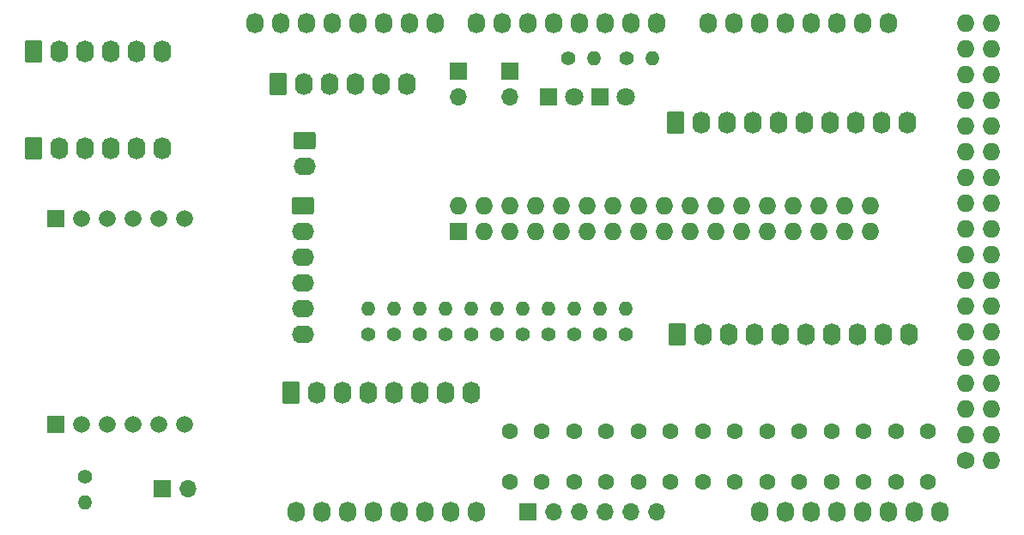
<source format=gbr>
G04 #@! TF.GenerationSoftware,KiCad,Pcbnew,(6.0.7-1)-1*
G04 #@! TF.CreationDate,2023-05-21T10:58:46+10:00*
G04 #@! TF.ProjectId,F16 Input Shield with Ethernet,46313620-496e-4707-9574-20536869656c,rev?*
G04 #@! TF.SameCoordinates,Original*
G04 #@! TF.FileFunction,Soldermask,Top*
G04 #@! TF.FilePolarity,Negative*
%FSLAX46Y46*%
G04 Gerber Fmt 4.6, Leading zero omitted, Abs format (unit mm)*
G04 Created by KiCad (PCBNEW (6.0.7-1)-1) date 2023-05-21 10:58:46*
%MOMM*%
%LPD*%
G01*
G04 APERTURE LIST*
G04 Aperture macros list*
%AMRoundRect*
0 Rectangle with rounded corners*
0 $1 Rounding radius*
0 $2 $3 $4 $5 $6 $7 $8 $9 X,Y pos of 4 corners*
0 Add a 4 corners polygon primitive as box body*
4,1,4,$2,$3,$4,$5,$6,$7,$8,$9,$2,$3,0*
0 Add four circle primitives for the rounded corners*
1,1,$1+$1,$2,$3*
1,1,$1+$1,$4,$5*
1,1,$1+$1,$6,$7*
1,1,$1+$1,$8,$9*
0 Add four rect primitives between the rounded corners*
20,1,$1+$1,$2,$3,$4,$5,0*
20,1,$1+$1,$4,$5,$6,$7,0*
20,1,$1+$1,$6,$7,$8,$9,0*
20,1,$1+$1,$8,$9,$2,$3,0*%
G04 Aperture macros list end*
%ADD10C,1.727200*%
%ADD11O,1.727200X1.727200*%
%ADD12O,1.727200X2.032000*%
%ADD13R,1.700000X1.700000*%
%ADD14O,1.700000X1.700000*%
%ADD15R,1.727200X1.727200*%
%ADD16C,1.400000*%
%ADD17O,1.400000X1.400000*%
%ADD18RoundRect,0.250000X-0.620000X-0.850000X0.620000X-0.850000X0.620000X0.850000X-0.620000X0.850000X0*%
%ADD19O,1.740000X2.200000*%
%ADD20C,1.600000*%
%ADD21R,1.800000X1.800000*%
%ADD22C,1.800000*%
%ADD23RoundRect,0.250000X-0.850000X0.620000X-0.850000X-0.620000X0.850000X-0.620000X0.850000X0.620000X0*%
%ADD24O,2.200000X1.740000*%
%ADD25R,1.665000X1.665000*%
%ADD26C,1.665000*%
G04 APERTURE END LIST*
D10*
X197358000Y-114046000D03*
D11*
X199898000Y-114046000D03*
X197358000Y-111506000D03*
X199898000Y-111506000D03*
X197358000Y-108966000D03*
X199898000Y-108966000D03*
X197358000Y-106426000D03*
X199898000Y-106426000D03*
X197358000Y-103886000D03*
X199898000Y-103886000D03*
X197358000Y-101346000D03*
X199898000Y-101346000D03*
X197358000Y-98806000D03*
X199898000Y-98806000D03*
X197358000Y-96266000D03*
X199898000Y-96266000D03*
X197358000Y-93726000D03*
X199898000Y-93726000D03*
X197358000Y-91186000D03*
X199898000Y-91186000D03*
X197358000Y-88646000D03*
X199898000Y-88646000D03*
X197358000Y-86106000D03*
X199898000Y-86106000D03*
X197358000Y-83566000D03*
X199898000Y-83566000D03*
X197358000Y-81026000D03*
X199898000Y-81026000D03*
X197358000Y-78486000D03*
X199898000Y-78486000D03*
X197358000Y-75946000D03*
X199898000Y-75946000D03*
X197358000Y-73406000D03*
X199898000Y-73406000D03*
X197358000Y-70866000D03*
X199898000Y-70866000D03*
D12*
X131318000Y-119126000D03*
X133858000Y-119126000D03*
X136398000Y-119126000D03*
X138938000Y-119126000D03*
X141478000Y-119126000D03*
X144018000Y-119126000D03*
X146558000Y-119126000D03*
X149098000Y-119126000D03*
D13*
X154178000Y-119126000D03*
D14*
X156718000Y-119126000D03*
X159258000Y-119126000D03*
X161798000Y-119126000D03*
X164338000Y-119126000D03*
X166878000Y-119126000D03*
D12*
X177038000Y-119126000D03*
X179578000Y-119126000D03*
X182118000Y-119126000D03*
X184658000Y-119126000D03*
X187198000Y-119126000D03*
X189738000Y-119126000D03*
X192278000Y-119126000D03*
X194818000Y-119126000D03*
X127254000Y-70866000D03*
X129794000Y-70866000D03*
X132334000Y-70866000D03*
X134874000Y-70866000D03*
X137414000Y-70866000D03*
X139954000Y-70866000D03*
X142494000Y-70866000D03*
X145034000Y-70866000D03*
X149098000Y-70866000D03*
X151638000Y-70866000D03*
X154178000Y-70866000D03*
X156718000Y-70866000D03*
X159258000Y-70866000D03*
X161798000Y-70866000D03*
X164338000Y-70866000D03*
X166878000Y-70866000D03*
X171958000Y-70866000D03*
X174498000Y-70866000D03*
X177038000Y-70866000D03*
X179578000Y-70866000D03*
X182118000Y-70866000D03*
X184658000Y-70866000D03*
X187198000Y-70866000D03*
X189738000Y-70866000D03*
D15*
X147320000Y-91440000D03*
D11*
X147320000Y-88900000D03*
X149860000Y-91440000D03*
X149860000Y-88900000D03*
X152400000Y-91440000D03*
X152400000Y-88900000D03*
X154940000Y-91440000D03*
X154940000Y-88900000D03*
X157480000Y-91440000D03*
X157480000Y-88900000D03*
X160020000Y-91440000D03*
X160020000Y-88900000D03*
X162560000Y-91440000D03*
X162560000Y-88900000D03*
X165100000Y-91440000D03*
X165100000Y-88900000D03*
X167640000Y-91440000D03*
X167640000Y-88900000D03*
X170180000Y-91440000D03*
X170180000Y-88900000D03*
X172720000Y-91440000D03*
X172720000Y-88900000D03*
X175260000Y-91440000D03*
X175260000Y-88900000D03*
X177800000Y-91440000D03*
X177800000Y-88900000D03*
X180340000Y-91440000D03*
X180340000Y-88900000D03*
X182880000Y-91440000D03*
X182880000Y-88900000D03*
X185420000Y-91440000D03*
X185420000Y-88900000D03*
X187960000Y-91440000D03*
X187960000Y-88900000D03*
D16*
X138430000Y-101600000D03*
D17*
X138430000Y-99060000D03*
D16*
X140970000Y-101600000D03*
D17*
X140970000Y-99060000D03*
D16*
X143510000Y-101600000D03*
D17*
X143510000Y-99060000D03*
D16*
X146050000Y-101600000D03*
D17*
X146050000Y-99060000D03*
D16*
X148590000Y-101600000D03*
D17*
X148590000Y-99060000D03*
D16*
X151130000Y-101600000D03*
D17*
X151130000Y-99060000D03*
D16*
X153670000Y-101600000D03*
D17*
X153670000Y-99060000D03*
D16*
X156210000Y-101600000D03*
D17*
X156210000Y-99060000D03*
D16*
X158750000Y-101600000D03*
D17*
X158750000Y-99060000D03*
D16*
X161290000Y-101600000D03*
D17*
X161290000Y-99060000D03*
D18*
X168910000Y-101600000D03*
D19*
X171450000Y-101600000D03*
X173990000Y-101600000D03*
X176530000Y-101600000D03*
X179070000Y-101600000D03*
X181610000Y-101600000D03*
X184150000Y-101600000D03*
X186690000Y-101600000D03*
X189230000Y-101600000D03*
X191770000Y-101600000D03*
D18*
X168757600Y-80683400D03*
D19*
X171297600Y-80683400D03*
X173837600Y-80683400D03*
X176377600Y-80683400D03*
X178917600Y-80683400D03*
X181457600Y-80683400D03*
X183997600Y-80683400D03*
X186537600Y-80683400D03*
X189077600Y-80683400D03*
X191617600Y-80683400D03*
D18*
X130810000Y-107315000D03*
D19*
X133350000Y-107315000D03*
X135890000Y-107315000D03*
X138430000Y-107315000D03*
X140970000Y-107315000D03*
X143510000Y-107315000D03*
X146050000Y-107315000D03*
X148590000Y-107315000D03*
D20*
X193675000Y-116165000D03*
X193675000Y-111165000D03*
X165100000Y-116165000D03*
X165100000Y-111165000D03*
X190500000Y-116165000D03*
X190500000Y-111165000D03*
X187325000Y-116165000D03*
X187325000Y-111165000D03*
X158750000Y-116165000D03*
X158750000Y-111165000D03*
X184150000Y-116165000D03*
X184150000Y-111165000D03*
X152400000Y-116165000D03*
X152400000Y-111165000D03*
X180975000Y-116165000D03*
X180975000Y-111165000D03*
X155575000Y-116165000D03*
X155575000Y-111165000D03*
X177800000Y-116165000D03*
X177800000Y-111165000D03*
X171450000Y-116165000D03*
X171450000Y-111165000D03*
X174625000Y-116165000D03*
X174625000Y-111165000D03*
X161925000Y-116165000D03*
X161925000Y-111165000D03*
D16*
X163830000Y-101600000D03*
D17*
X163830000Y-99060000D03*
D18*
X105410000Y-83205000D03*
D19*
X107950000Y-83205000D03*
X110490000Y-83205000D03*
X113030000Y-83205000D03*
X115570000Y-83205000D03*
X118110000Y-83205000D03*
D18*
X129540000Y-76855000D03*
D19*
X132080000Y-76855000D03*
X134620000Y-76855000D03*
X137160000Y-76855000D03*
X139700000Y-76855000D03*
X142240000Y-76855000D03*
D18*
X105410000Y-73680000D03*
D19*
X107950000Y-73680000D03*
X110490000Y-73680000D03*
X113030000Y-73680000D03*
X115570000Y-73680000D03*
X118110000Y-73680000D03*
D21*
X161285000Y-78105000D03*
D22*
X163825000Y-78105000D03*
D21*
X156210000Y-78105000D03*
D22*
X158750000Y-78105000D03*
D23*
X132187000Y-82423000D03*
D24*
X132187000Y-84963000D03*
D23*
X132060000Y-88900000D03*
D24*
X132060000Y-91440000D03*
X132060000Y-93980000D03*
X132060000Y-96520000D03*
X132060000Y-99060000D03*
X132060000Y-101600000D03*
D13*
X152400000Y-75565000D03*
D14*
X152400000Y-78105000D03*
D13*
X147320000Y-75560000D03*
D14*
X147320000Y-78100000D03*
D16*
X163957000Y-74345800D03*
D17*
X166497000Y-74345800D03*
D16*
X158165000Y-74295000D03*
D17*
X160705000Y-74295000D03*
D20*
X168275000Y-116165000D03*
X168275000Y-111165000D03*
D25*
X107665000Y-110490000D03*
D26*
X110205000Y-110490000D03*
X112745000Y-110490000D03*
X115285000Y-110490000D03*
X117825000Y-110490000D03*
X120365000Y-110490000D03*
D25*
X107665000Y-90170000D03*
D26*
X110205000Y-90170000D03*
X112745000Y-90170000D03*
X115285000Y-90170000D03*
X117825000Y-90170000D03*
X120365000Y-90170000D03*
D13*
X118110000Y-116840000D03*
D14*
X120650000Y-116840000D03*
D16*
X110490000Y-115620000D03*
D17*
X110490000Y-118160000D03*
M02*

</source>
